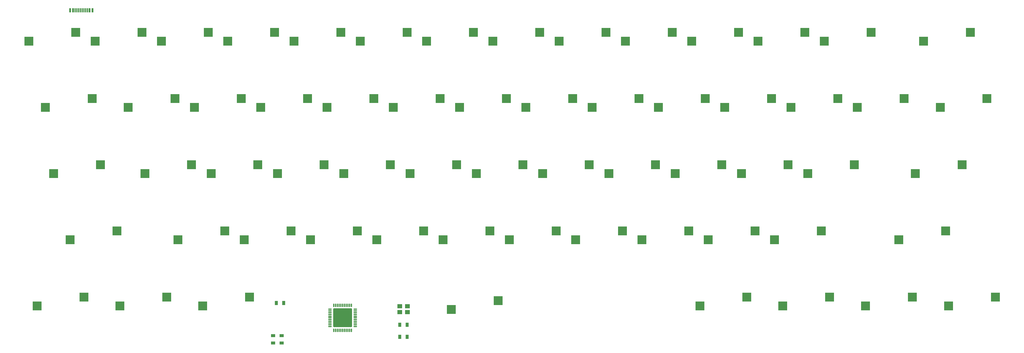
<source format=gbr>
%TF.GenerationSoftware,KiCad,Pcbnew,(6.0.8)*%
%TF.CreationDate,2022-12-31T11:57:47+00:00*%
%TF.ProjectId,USBKB,5553424b-422e-46b6-9963-61645f706362,rev?*%
%TF.SameCoordinates,Original*%
%TF.FileFunction,Paste,Top*%
%TF.FilePolarity,Positive*%
%FSLAX46Y46*%
G04 Gerber Fmt 4.6, Leading zero omitted, Abs format (unit mm)*
G04 Created by KiCad (PCBNEW (6.0.8)) date 2022-12-31 11:57:47*
%MOMM*%
%LPD*%
G01*
G04 APERTURE LIST*
G04 Aperture macros list*
%AMRoundRect*
0 Rectangle with rounded corners*
0 $1 Rounding radius*
0 $2 $3 $4 $5 $6 $7 $8 $9 X,Y pos of 4 corners*
0 Add a 4 corners polygon primitive as box body*
4,1,4,$2,$3,$4,$5,$6,$7,$8,$9,$2,$3,0*
0 Add four circle primitives for the rounded corners*
1,1,$1+$1,$2,$3*
1,1,$1+$1,$4,$5*
1,1,$1+$1,$6,$7*
1,1,$1+$1,$8,$9*
0 Add four rect primitives between the rounded corners*
20,1,$1+$1,$2,$3,$4,$5,0*
20,1,$1+$1,$4,$5,$6,$7,0*
20,1,$1+$1,$6,$7,$8,$9,0*
20,1,$1+$1,$8,$9,$2,$3,0*%
G04 Aperture macros list end*
%ADD10R,2.550000X2.500000*%
%ADD11R,0.600000X1.150000*%
%ADD12R,0.300000X1.150000*%
%ADD13R,1.300000X0.900000*%
%ADD14R,0.900000X1.300000*%
%ADD15O,1.150000X0.300000*%
%ADD16O,0.300000X1.150000*%
%ADD17RoundRect,0.200000X-2.500000X-2.500000X2.500000X-2.500000X2.500000X2.500000X-2.500000X2.500000X0*%
%ADD18R,1.400000X1.200000*%
G04 APERTURE END LIST*
D10*
%TO.C,KSEVEN1*%
X172616180Y-33870000D03*
X159166180Y-36410000D03*
%TD*%
%TO.C,KBSPACE1*%
X296441005Y-33870000D03*
X282991005Y-36410000D03*
%TD*%
%TO.C,KE1*%
X105940003Y-52920000D03*
X92490003Y-55460000D03*
%TD*%
%TO.C,KBSLASH1*%
X301202005Y-52920000D03*
X287752005Y-55460000D03*
%TD*%
%TO.C,KA1*%
X72603005Y-71970000D03*
X59153005Y-74510000D03*
%TD*%
%TO.C,KSPACE1*%
X160709005Y-111070000D03*
X147259005Y-113610000D03*
%TD*%
%TO.C,KC1*%
X120228005Y-91020000D03*
X106778005Y-93560000D03*
%TD*%
%TO.C,KS1*%
X91653005Y-71970000D03*
X78203005Y-74510000D03*
%TD*%
%TO.C,KF1*%
X129753005Y-71970000D03*
X116303005Y-74510000D03*
%TD*%
%TO.C,KY1*%
X163090000Y-52920000D03*
X149640000Y-55460000D03*
%TD*%
%TO.C,KCAPS1*%
X46409005Y-71970000D03*
X32959005Y-74510000D03*
%TD*%
%TO.C,KL1*%
X225003005Y-71970000D03*
X211553005Y-74510000D03*
%TD*%
%TO.C,KB1*%
X158328005Y-91020000D03*
X144878005Y-93560000D03*
%TD*%
%TO.C,KEIGHT1*%
X191666205Y-33870000D03*
X178216205Y-36410000D03*
%TD*%
%TO.C,KRALT1*%
X232146005Y-110070000D03*
X218696005Y-112610000D03*
%TD*%
%TO.C,KU1*%
X182139999Y-52920000D03*
X168689999Y-55460000D03*
%TD*%
D11*
%TO.C,U1*%
X44100002Y-27520000D03*
X43300002Y-27520000D03*
D12*
X42150002Y-27520000D03*
X41150002Y-27520000D03*
X40650002Y-27520000D03*
X39650002Y-27520000D03*
D11*
X37700002Y-27520000D03*
X38500002Y-27520000D03*
D12*
X39150002Y-27520000D03*
X40150002Y-27520000D03*
X41650002Y-27520000D03*
X42650002Y-27520000D03*
%TD*%
D10*
%TO.C,KJ1*%
X186903005Y-71970000D03*
X173453005Y-74510000D03*
%TD*%
%TO.C,KSC1*%
X244053005Y-71970000D03*
X230603005Y-74510000D03*
%TD*%
%TO.C,KRB1*%
X277389994Y-52920000D03*
X263939994Y-55460000D03*
%TD*%
%TO.C,KZERO1*%
X229766255Y-33870000D03*
X216316255Y-36410000D03*
%TD*%
%TO.C,KDASH1*%
X248816280Y-33870000D03*
X235366280Y-36410000D03*
%TD*%
%TO.C,KLALT1*%
X89272505Y-110070000D03*
X75822505Y-112610000D03*
%TD*%
D13*
%TO.C,R2*%
X96000000Y-121150000D03*
X96000000Y-123250000D03*
%TD*%
D10*
%TO.C,KRCTRL1*%
X279771337Y-110070000D03*
X266321337Y-112610000D03*
%TD*%
%TO.C,KZ1*%
X82128005Y-91020000D03*
X68678005Y-93560000D03*
%TD*%
%TO.C,KW1*%
X86890004Y-52920000D03*
X73440004Y-55460000D03*
%TD*%
%TO.C,KLCTRL1*%
X41647005Y-110070000D03*
X28197005Y-112610000D03*
%TD*%
%TO.C,KLS1*%
X51172005Y-91020000D03*
X37722005Y-93560000D03*
%TD*%
%TO.C,KFIVE1*%
X134516130Y-33870000D03*
X121066130Y-36410000D03*
%TD*%
%TO.C,KRMETA1*%
X255958671Y-110070000D03*
X242508671Y-112610000D03*
%TD*%
%TO.C,KFOUR1*%
X115466105Y-33870000D03*
X102016105Y-36410000D03*
%TD*%
%TO.C,KQ1*%
X67840005Y-52920000D03*
X54390005Y-55460000D03*
%TD*%
%TO.C,KI1*%
X201189998Y-52920000D03*
X187739998Y-55460000D03*
%TD*%
%TO.C,KK1*%
X205953005Y-71970000D03*
X192503005Y-74510000D03*
%TD*%
%TO.C,KLMETA1*%
X65459755Y-110070000D03*
X52009755Y-112610000D03*
%TD*%
%TO.C,KTWO1*%
X77366055Y-33870000D03*
X63916055Y-36410000D03*
%TD*%
%TO.C,KEQUALS1*%
X267866305Y-33870000D03*
X254416305Y-36410000D03*
%TD*%
%TO.C,KONE1*%
X58316030Y-33870000D03*
X44866030Y-36410000D03*
%TD*%
%TO.C,KNINE1*%
X210716230Y-33870000D03*
X197266230Y-36410000D03*
%TD*%
%TO.C,KAP1*%
X263103005Y-71970000D03*
X249653005Y-74510000D03*
%TD*%
D14*
%TO.C,C2*%
X134550000Y-118000000D03*
X132450000Y-118000000D03*
%TD*%
%TO.C,C3*%
X134550000Y-121500000D03*
X132450000Y-121500000D03*
%TD*%
D10*
%TO.C,KFN1*%
X303584003Y-110070000D03*
X290134003Y-112610000D03*
%TD*%
%TO.C,KH1*%
X167853005Y-71970000D03*
X154403005Y-74510000D03*
%TD*%
%TO.C,KFSLASH1*%
X253578005Y-91020000D03*
X240128005Y-93560000D03*
%TD*%
D14*
%TO.C,C1*%
X96950000Y-111750000D03*
X99050000Y-111750000D03*
%TD*%
D10*
%TO.C,KRS1*%
X289297005Y-91020000D03*
X275847005Y-93560000D03*
%TD*%
%TO.C,KO1*%
X220239997Y-52920000D03*
X206789997Y-55460000D03*
%TD*%
%TO.C,KESC1*%
X39266005Y-33870000D03*
X25816005Y-36410000D03*
%TD*%
D15*
%TO.C,U3*%
X112375000Y-113500000D03*
X112375000Y-114000000D03*
X112375000Y-114500000D03*
X112375000Y-115000000D03*
X112375000Y-115500000D03*
X112375000Y-116000000D03*
X112375000Y-116500000D03*
X112375000Y-117000000D03*
X112375000Y-117500000D03*
X112375000Y-118000000D03*
X112375000Y-118500000D03*
D16*
X113500000Y-119625000D03*
X114000000Y-119625000D03*
X114500000Y-119625000D03*
X115000000Y-119625000D03*
X115500000Y-119625000D03*
X116000000Y-119625000D03*
X116500000Y-119625000D03*
X117000000Y-119625000D03*
X117500000Y-119625000D03*
X118000000Y-119625000D03*
X118500000Y-119625000D03*
D15*
X119625000Y-118500000D03*
X119625000Y-118000000D03*
X119625000Y-117500000D03*
X119625000Y-117000000D03*
X119625000Y-116500000D03*
X119625000Y-116000000D03*
X119625000Y-115500000D03*
X119625000Y-115000000D03*
X119625000Y-114500000D03*
X119625000Y-114000000D03*
X119625000Y-113500000D03*
D16*
X118500000Y-112375000D03*
X118000000Y-112375000D03*
X117500000Y-112375000D03*
X117000000Y-112375000D03*
X116500000Y-112375000D03*
X116000000Y-112375000D03*
X115500000Y-112375000D03*
X115000000Y-112375000D03*
X114500000Y-112375000D03*
X114000000Y-112375000D03*
X113500000Y-112375000D03*
D17*
X116000000Y-116000000D03*
%TD*%
D10*
%TO.C,KTAB1*%
X44028005Y-52920000D03*
X30578005Y-55460000D03*
%TD*%
%TO.C,KN1*%
X177378005Y-91020000D03*
X163928005Y-93560000D03*
%TD*%
%TO.C,KCOMMA1*%
X215478005Y-91020000D03*
X202028005Y-93560000D03*
%TD*%
%TO.C,KR1*%
X124990002Y-52920000D03*
X111540002Y-55460000D03*
%TD*%
%TO.C,KPERIOD1*%
X234528005Y-91020000D03*
X221078005Y-93560000D03*
%TD*%
D13*
%TO.C,R1*%
X98500000Y-121150000D03*
X98500000Y-123250000D03*
%TD*%
D10*
%TO.C,KG1*%
X148803005Y-71970000D03*
X135353005Y-74510000D03*
%TD*%
%TO.C,KP1*%
X239289996Y-52920000D03*
X225839996Y-55460000D03*
%TD*%
%TO.C,KM1*%
X196428005Y-91020000D03*
X182978005Y-93560000D03*
%TD*%
%TO.C,KSIX1*%
X153566155Y-33870000D03*
X140116155Y-36410000D03*
%TD*%
%TO.C,KRETURN1*%
X294059005Y-71970000D03*
X280609005Y-74510000D03*
%TD*%
%TO.C,KTHREE1*%
X96416080Y-33870000D03*
X82966080Y-36410000D03*
%TD*%
%TO.C,KX1*%
X101178005Y-91020000D03*
X87728005Y-93560000D03*
%TD*%
%TO.C,KT1*%
X144040001Y-52920000D03*
X130590001Y-55460000D03*
%TD*%
%TO.C,KLB1*%
X258339995Y-52920000D03*
X244889995Y-55460000D03*
%TD*%
%TO.C,KV1*%
X139278005Y-91020000D03*
X125828005Y-93560000D03*
%TD*%
D18*
%TO.C,Y1*%
X132400000Y-114350000D03*
X134600000Y-114350000D03*
X134600000Y-112650000D03*
X132400000Y-112650000D03*
%TD*%
D10*
%TO.C,KD1*%
X110703005Y-71970000D03*
X97253005Y-74510000D03*
%TD*%
M02*

</source>
